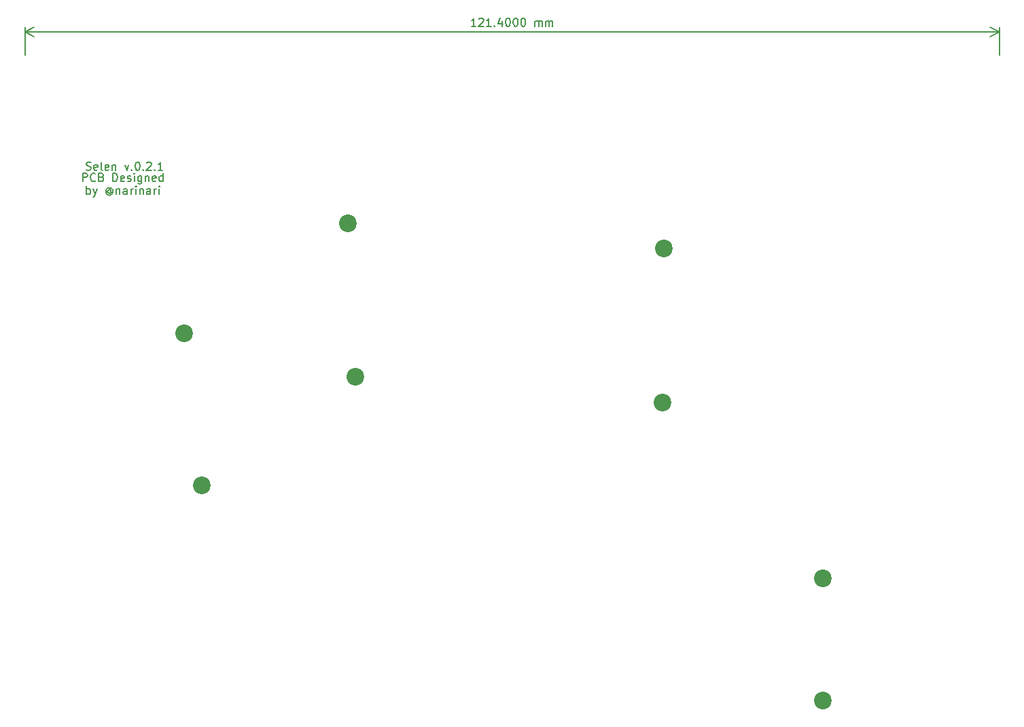
<source format=gts>
%TF.GenerationSoftware,KiCad,Pcbnew,(6.0.7)*%
%TF.CreationDate,2022-09-24T00:16:50+09:00*%
%TF.ProjectId,selen_plate,73656c65-6e5f-4706-9c61-74652e6b6963,rev?*%
%TF.SameCoordinates,Original*%
%TF.FileFunction,Soldermask,Top*%
%TF.FilePolarity,Negative*%
%FSLAX46Y46*%
G04 Gerber Fmt 4.6, Leading zero omitted, Abs format (unit mm)*
G04 Created by KiCad (PCBNEW (6.0.7)) date 2022-09-24 00:16:50*
%MOMM*%
%LPD*%
G01*
G04 APERTURE LIST*
%ADD10C,0.150000*%
%ADD11C,2.200000*%
G04 APERTURE END LIST*
D10*
X97800000Y-70447380D02*
X97800000Y-69447380D01*
X98180952Y-69447380D01*
X98276190Y-69495000D01*
X98323809Y-69542619D01*
X98371428Y-69637857D01*
X98371428Y-69780714D01*
X98323809Y-69875952D01*
X98276190Y-69923571D01*
X98180952Y-69971190D01*
X97800000Y-69971190D01*
X99371428Y-70352142D02*
X99323809Y-70399761D01*
X99180952Y-70447380D01*
X99085714Y-70447380D01*
X98942857Y-70399761D01*
X98847619Y-70304523D01*
X98800000Y-70209285D01*
X98752380Y-70018809D01*
X98752380Y-69875952D01*
X98800000Y-69685476D01*
X98847619Y-69590238D01*
X98942857Y-69495000D01*
X99085714Y-69447380D01*
X99180952Y-69447380D01*
X99323809Y-69495000D01*
X99371428Y-69542619D01*
X100133333Y-69923571D02*
X100276190Y-69971190D01*
X100323809Y-70018809D01*
X100371428Y-70114047D01*
X100371428Y-70256904D01*
X100323809Y-70352142D01*
X100276190Y-70399761D01*
X100180952Y-70447380D01*
X99800000Y-70447380D01*
X99800000Y-69447380D01*
X100133333Y-69447380D01*
X100228571Y-69495000D01*
X100276190Y-69542619D01*
X100323809Y-69637857D01*
X100323809Y-69733095D01*
X100276190Y-69828333D01*
X100228571Y-69875952D01*
X100133333Y-69923571D01*
X99800000Y-69923571D01*
X101561904Y-70447380D02*
X101561904Y-69447380D01*
X101800000Y-69447380D01*
X101942857Y-69495000D01*
X102038095Y-69590238D01*
X102085714Y-69685476D01*
X102133333Y-69875952D01*
X102133333Y-70018809D01*
X102085714Y-70209285D01*
X102038095Y-70304523D01*
X101942857Y-70399761D01*
X101800000Y-70447380D01*
X101561904Y-70447380D01*
X102942857Y-70399761D02*
X102847619Y-70447380D01*
X102657142Y-70447380D01*
X102561904Y-70399761D01*
X102514285Y-70304523D01*
X102514285Y-69923571D01*
X102561904Y-69828333D01*
X102657142Y-69780714D01*
X102847619Y-69780714D01*
X102942857Y-69828333D01*
X102990476Y-69923571D01*
X102990476Y-70018809D01*
X102514285Y-70114047D01*
X103371428Y-70399761D02*
X103466666Y-70447380D01*
X103657142Y-70447380D01*
X103752380Y-70399761D01*
X103800000Y-70304523D01*
X103800000Y-70256904D01*
X103752380Y-70161666D01*
X103657142Y-70114047D01*
X103514285Y-70114047D01*
X103419047Y-70066428D01*
X103371428Y-69971190D01*
X103371428Y-69923571D01*
X103419047Y-69828333D01*
X103514285Y-69780714D01*
X103657142Y-69780714D01*
X103752380Y-69828333D01*
X104228571Y-70447380D02*
X104228571Y-69780714D01*
X104228571Y-69447380D02*
X104180952Y-69495000D01*
X104228571Y-69542619D01*
X104276190Y-69495000D01*
X104228571Y-69447380D01*
X104228571Y-69542619D01*
X105133333Y-69780714D02*
X105133333Y-70590238D01*
X105085714Y-70685476D01*
X105038095Y-70733095D01*
X104942857Y-70780714D01*
X104800000Y-70780714D01*
X104704761Y-70733095D01*
X105133333Y-70399761D02*
X105038095Y-70447380D01*
X104847619Y-70447380D01*
X104752380Y-70399761D01*
X104704761Y-70352142D01*
X104657142Y-70256904D01*
X104657142Y-69971190D01*
X104704761Y-69875952D01*
X104752380Y-69828333D01*
X104847619Y-69780714D01*
X105038095Y-69780714D01*
X105133333Y-69828333D01*
X105609523Y-69780714D02*
X105609523Y-70447380D01*
X105609523Y-69875952D02*
X105657142Y-69828333D01*
X105752380Y-69780714D01*
X105895238Y-69780714D01*
X105990476Y-69828333D01*
X106038095Y-69923571D01*
X106038095Y-70447380D01*
X106895238Y-70399761D02*
X106800000Y-70447380D01*
X106609523Y-70447380D01*
X106514285Y-70399761D01*
X106466666Y-70304523D01*
X106466666Y-69923571D01*
X106514285Y-69828333D01*
X106609523Y-69780714D01*
X106800000Y-69780714D01*
X106895238Y-69828333D01*
X106942857Y-69923571D01*
X106942857Y-70018809D01*
X106466666Y-70114047D01*
X107800000Y-70447380D02*
X107800000Y-69447380D01*
X107800000Y-70399761D02*
X107704761Y-70447380D01*
X107514285Y-70447380D01*
X107419047Y-70399761D01*
X107371428Y-70352142D01*
X107323809Y-70256904D01*
X107323809Y-69971190D01*
X107371428Y-69875952D01*
X107419047Y-69828333D01*
X107514285Y-69780714D01*
X107704761Y-69780714D01*
X107800000Y-69828333D01*
X98276190Y-72057380D02*
X98276190Y-71057380D01*
X98276190Y-71438333D02*
X98371428Y-71390714D01*
X98561904Y-71390714D01*
X98657142Y-71438333D01*
X98704761Y-71485952D01*
X98752380Y-71581190D01*
X98752380Y-71866904D01*
X98704761Y-71962142D01*
X98657142Y-72009761D01*
X98561904Y-72057380D01*
X98371428Y-72057380D01*
X98276190Y-72009761D01*
X99085714Y-71390714D02*
X99323809Y-72057380D01*
X99561904Y-71390714D02*
X99323809Y-72057380D01*
X99228571Y-72295476D01*
X99180952Y-72343095D01*
X99085714Y-72390714D01*
X101323809Y-71581190D02*
X101276190Y-71533571D01*
X101180952Y-71485952D01*
X101085714Y-71485952D01*
X100990476Y-71533571D01*
X100942857Y-71581190D01*
X100895238Y-71676428D01*
X100895238Y-71771666D01*
X100942857Y-71866904D01*
X100990476Y-71914523D01*
X101085714Y-71962142D01*
X101180952Y-71962142D01*
X101276190Y-71914523D01*
X101323809Y-71866904D01*
X101323809Y-71485952D02*
X101323809Y-71866904D01*
X101371428Y-71914523D01*
X101419047Y-71914523D01*
X101514285Y-71866904D01*
X101561904Y-71771666D01*
X101561904Y-71533571D01*
X101466666Y-71390714D01*
X101323809Y-71295476D01*
X101133333Y-71247857D01*
X100942857Y-71295476D01*
X100800000Y-71390714D01*
X100704761Y-71533571D01*
X100657142Y-71724047D01*
X100704761Y-71914523D01*
X100800000Y-72057380D01*
X100942857Y-72152619D01*
X101133333Y-72200238D01*
X101323809Y-72152619D01*
X101466666Y-72057380D01*
X101990476Y-71390714D02*
X101990476Y-72057380D01*
X101990476Y-71485952D02*
X102038095Y-71438333D01*
X102133333Y-71390714D01*
X102276190Y-71390714D01*
X102371428Y-71438333D01*
X102419047Y-71533571D01*
X102419047Y-72057380D01*
X103323809Y-72057380D02*
X103323809Y-71533571D01*
X103276190Y-71438333D01*
X103180952Y-71390714D01*
X102990476Y-71390714D01*
X102895238Y-71438333D01*
X103323809Y-72009761D02*
X103228571Y-72057380D01*
X102990476Y-72057380D01*
X102895238Y-72009761D01*
X102847619Y-71914523D01*
X102847619Y-71819285D01*
X102895238Y-71724047D01*
X102990476Y-71676428D01*
X103228571Y-71676428D01*
X103323809Y-71628809D01*
X103800000Y-72057380D02*
X103800000Y-71390714D01*
X103800000Y-71581190D02*
X103847619Y-71485952D01*
X103895238Y-71438333D01*
X103990476Y-71390714D01*
X104085714Y-71390714D01*
X104419047Y-72057380D02*
X104419047Y-71390714D01*
X104419047Y-71057380D02*
X104371428Y-71105000D01*
X104419047Y-71152619D01*
X104466666Y-71105000D01*
X104419047Y-71057380D01*
X104419047Y-71152619D01*
X104895238Y-71390714D02*
X104895238Y-72057380D01*
X104895238Y-71485952D02*
X104942857Y-71438333D01*
X105038095Y-71390714D01*
X105180952Y-71390714D01*
X105276190Y-71438333D01*
X105323809Y-71533571D01*
X105323809Y-72057380D01*
X106228571Y-72057380D02*
X106228571Y-71533571D01*
X106180952Y-71438333D01*
X106085714Y-71390714D01*
X105895238Y-71390714D01*
X105800000Y-71438333D01*
X106228571Y-72009761D02*
X106133333Y-72057380D01*
X105895238Y-72057380D01*
X105800000Y-72009761D01*
X105752380Y-71914523D01*
X105752380Y-71819285D01*
X105800000Y-71724047D01*
X105895238Y-71676428D01*
X106133333Y-71676428D01*
X106228571Y-71628809D01*
X106704761Y-72057380D02*
X106704761Y-71390714D01*
X106704761Y-71581190D02*
X106752380Y-71485952D01*
X106800000Y-71438333D01*
X106895238Y-71390714D01*
X106990476Y-71390714D01*
X107323809Y-72057380D02*
X107323809Y-71390714D01*
X107323809Y-71057380D02*
X107276190Y-71105000D01*
X107323809Y-71152619D01*
X107371428Y-71105000D01*
X107323809Y-71057380D01*
X107323809Y-71152619D01*
X98238095Y-69004761D02*
X98380952Y-69052380D01*
X98619047Y-69052380D01*
X98714285Y-69004761D01*
X98761904Y-68957142D01*
X98809523Y-68861904D01*
X98809523Y-68766666D01*
X98761904Y-68671428D01*
X98714285Y-68623809D01*
X98619047Y-68576190D01*
X98428571Y-68528571D01*
X98333333Y-68480952D01*
X98285714Y-68433333D01*
X98238095Y-68338095D01*
X98238095Y-68242857D01*
X98285714Y-68147619D01*
X98333333Y-68100000D01*
X98428571Y-68052380D01*
X98666666Y-68052380D01*
X98809523Y-68100000D01*
X99619047Y-69004761D02*
X99523809Y-69052380D01*
X99333333Y-69052380D01*
X99238095Y-69004761D01*
X99190476Y-68909523D01*
X99190476Y-68528571D01*
X99238095Y-68433333D01*
X99333333Y-68385714D01*
X99523809Y-68385714D01*
X99619047Y-68433333D01*
X99666666Y-68528571D01*
X99666666Y-68623809D01*
X99190476Y-68719047D01*
X100238095Y-69052380D02*
X100142857Y-69004761D01*
X100095238Y-68909523D01*
X100095238Y-68052380D01*
X101000000Y-69004761D02*
X100904761Y-69052380D01*
X100714285Y-69052380D01*
X100619047Y-69004761D01*
X100571428Y-68909523D01*
X100571428Y-68528571D01*
X100619047Y-68433333D01*
X100714285Y-68385714D01*
X100904761Y-68385714D01*
X101000000Y-68433333D01*
X101047619Y-68528571D01*
X101047619Y-68623809D01*
X100571428Y-68719047D01*
X101476190Y-68385714D02*
X101476190Y-69052380D01*
X101476190Y-68480952D02*
X101523809Y-68433333D01*
X101619047Y-68385714D01*
X101761904Y-68385714D01*
X101857142Y-68433333D01*
X101904761Y-68528571D01*
X101904761Y-69052380D01*
X103047619Y-68385714D02*
X103285714Y-69052380D01*
X103523809Y-68385714D01*
X103904761Y-68957142D02*
X103952380Y-69004761D01*
X103904761Y-69052380D01*
X103857142Y-69004761D01*
X103904761Y-68957142D01*
X103904761Y-69052380D01*
X104571428Y-68052380D02*
X104666666Y-68052380D01*
X104761904Y-68100000D01*
X104809523Y-68147619D01*
X104857142Y-68242857D01*
X104904761Y-68433333D01*
X104904761Y-68671428D01*
X104857142Y-68861904D01*
X104809523Y-68957142D01*
X104761904Y-69004761D01*
X104666666Y-69052380D01*
X104571428Y-69052380D01*
X104476190Y-69004761D01*
X104428571Y-68957142D01*
X104380952Y-68861904D01*
X104333333Y-68671428D01*
X104333333Y-68433333D01*
X104380952Y-68242857D01*
X104428571Y-68147619D01*
X104476190Y-68100000D01*
X104571428Y-68052380D01*
X105333333Y-68957142D02*
X105380952Y-69004761D01*
X105333333Y-69052380D01*
X105285714Y-69004761D01*
X105333333Y-68957142D01*
X105333333Y-69052380D01*
X105761904Y-68147619D02*
X105809523Y-68100000D01*
X105904761Y-68052380D01*
X106142857Y-68052380D01*
X106238095Y-68100000D01*
X106285714Y-68147619D01*
X106333333Y-68242857D01*
X106333333Y-68338095D01*
X106285714Y-68480952D01*
X105714285Y-69052380D01*
X106333333Y-69052380D01*
X106761904Y-68957142D02*
X106809523Y-69004761D01*
X106761904Y-69052380D01*
X106714285Y-69004761D01*
X106761904Y-68957142D01*
X106761904Y-69052380D01*
X107761904Y-69052380D02*
X107190476Y-69052380D01*
X107476190Y-69052380D02*
X107476190Y-68052380D01*
X107380952Y-68195238D01*
X107285714Y-68290476D01*
X107190476Y-68338095D01*
X146776190Y-51102380D02*
X146204761Y-51102380D01*
X146490476Y-51102380D02*
X146490476Y-50102380D01*
X146395238Y-50245238D01*
X146300000Y-50340476D01*
X146204761Y-50388095D01*
X147157142Y-50197619D02*
X147204761Y-50150000D01*
X147300000Y-50102380D01*
X147538095Y-50102380D01*
X147633333Y-50150000D01*
X147680952Y-50197619D01*
X147728571Y-50292857D01*
X147728571Y-50388095D01*
X147680952Y-50530952D01*
X147109523Y-51102380D01*
X147728571Y-51102380D01*
X148680952Y-51102380D02*
X148109523Y-51102380D01*
X148395238Y-51102380D02*
X148395238Y-50102380D01*
X148300000Y-50245238D01*
X148204761Y-50340476D01*
X148109523Y-50388095D01*
X149109523Y-51007142D02*
X149157142Y-51054761D01*
X149109523Y-51102380D01*
X149061904Y-51054761D01*
X149109523Y-51007142D01*
X149109523Y-51102380D01*
X150014285Y-50435714D02*
X150014285Y-51102380D01*
X149776190Y-50054761D02*
X149538095Y-50769047D01*
X150157142Y-50769047D01*
X150728571Y-50102380D02*
X150823809Y-50102380D01*
X150919047Y-50150000D01*
X150966666Y-50197619D01*
X151014285Y-50292857D01*
X151061904Y-50483333D01*
X151061904Y-50721428D01*
X151014285Y-50911904D01*
X150966666Y-51007142D01*
X150919047Y-51054761D01*
X150823809Y-51102380D01*
X150728571Y-51102380D01*
X150633333Y-51054761D01*
X150585714Y-51007142D01*
X150538095Y-50911904D01*
X150490476Y-50721428D01*
X150490476Y-50483333D01*
X150538095Y-50292857D01*
X150585714Y-50197619D01*
X150633333Y-50150000D01*
X150728571Y-50102380D01*
X151680952Y-50102380D02*
X151776190Y-50102380D01*
X151871428Y-50150000D01*
X151919047Y-50197619D01*
X151966666Y-50292857D01*
X152014285Y-50483333D01*
X152014285Y-50721428D01*
X151966666Y-50911904D01*
X151919047Y-51007142D01*
X151871428Y-51054761D01*
X151776190Y-51102380D01*
X151680952Y-51102380D01*
X151585714Y-51054761D01*
X151538095Y-51007142D01*
X151490476Y-50911904D01*
X151442857Y-50721428D01*
X151442857Y-50483333D01*
X151490476Y-50292857D01*
X151538095Y-50197619D01*
X151585714Y-50150000D01*
X151680952Y-50102380D01*
X152633333Y-50102380D02*
X152728571Y-50102380D01*
X152823809Y-50150000D01*
X152871428Y-50197619D01*
X152919047Y-50292857D01*
X152966666Y-50483333D01*
X152966666Y-50721428D01*
X152919047Y-50911904D01*
X152871428Y-51007142D01*
X152823809Y-51054761D01*
X152728571Y-51102380D01*
X152633333Y-51102380D01*
X152538095Y-51054761D01*
X152490476Y-51007142D01*
X152442857Y-50911904D01*
X152395238Y-50721428D01*
X152395238Y-50483333D01*
X152442857Y-50292857D01*
X152490476Y-50197619D01*
X152538095Y-50150000D01*
X152633333Y-50102380D01*
X154157142Y-51102380D02*
X154157142Y-50435714D01*
X154157142Y-50530952D02*
X154204761Y-50483333D01*
X154300000Y-50435714D01*
X154442857Y-50435714D01*
X154538095Y-50483333D01*
X154585714Y-50578571D01*
X154585714Y-51102380D01*
X154585714Y-50578571D02*
X154633333Y-50483333D01*
X154728571Y-50435714D01*
X154871428Y-50435714D01*
X154966666Y-50483333D01*
X155014285Y-50578571D01*
X155014285Y-51102380D01*
X155490476Y-51102380D02*
X155490476Y-50435714D01*
X155490476Y-50530952D02*
X155538095Y-50483333D01*
X155633333Y-50435714D01*
X155776190Y-50435714D01*
X155871428Y-50483333D01*
X155919047Y-50578571D01*
X155919047Y-51102380D01*
X155919047Y-50578571D02*
X155966666Y-50483333D01*
X156061904Y-50435714D01*
X156204761Y-50435714D01*
X156300000Y-50483333D01*
X156347619Y-50578571D01*
X156347619Y-51102380D01*
X212000000Y-54700000D02*
X212000000Y-51213580D01*
X90600000Y-54700000D02*
X90600000Y-51213580D01*
X212000000Y-51800000D02*
X90600000Y-51800000D01*
X212000000Y-51800000D02*
X90600000Y-51800000D01*
X212000000Y-51800000D02*
X210873496Y-51213579D01*
X212000000Y-51800000D02*
X210873496Y-52386421D01*
X90600000Y-51800000D02*
X91726504Y-52386421D01*
X90600000Y-51800000D02*
X91726504Y-51213579D01*
D11*
%TO.C,REF\u002A\u002A*%
X190000000Y-120000000D03*
%TD*%
%TO.C,REF\u002A\u002A*%
X170200000Y-78800000D03*
%TD*%
%TO.C,REF\u002A\u002A*%
X112600000Y-108400000D03*
%TD*%
%TO.C,REF\u002A\u002A*%
X130810000Y-75692000D03*
%TD*%
%TO.C,REF\u002A\u002A*%
X110400000Y-89400000D03*
%TD*%
%TO.C,REF\u002A\u002A*%
X170000000Y-98000000D03*
%TD*%
%TO.C,REF\u002A\u002A*%
X189992000Y-135250000D03*
%TD*%
%TO.C,REF\u002A\u002A*%
X131800000Y-94800000D03*
%TD*%
M02*

</source>
